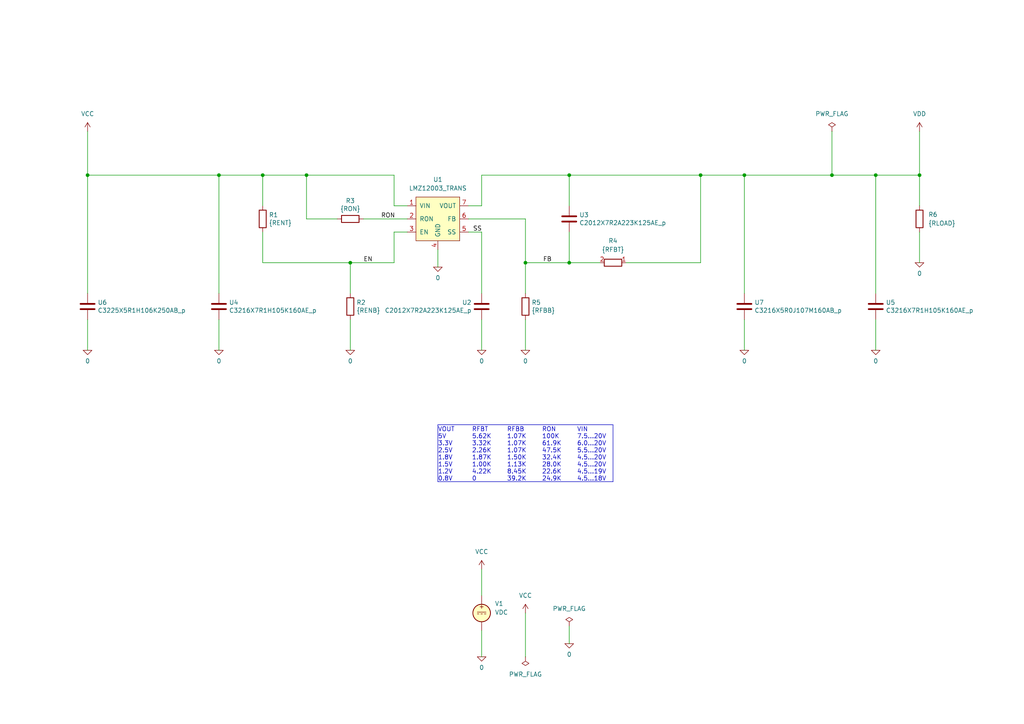
<source format=kicad_sch>
(kicad_sch
	(version 20231120)
	(generator "eeschema")
	(generator_version "8.0")
	(uuid "ad30235a-c400-43fd-b7e4-373fb63b5d7f")
	(paper "A4")
	(title_block
		(title "3A simple switcher power module. 20V maximum input voltage")
		(date "2024-09-12")
		(rev "2")
		(company "astroelectronic@")
		(comment 1 "-")
		(comment 2 "-")
		(comment 3 "-")
		(comment 4 "AE01007123")
	)
	(lib_symbols
		(symbol "LMZ12003:0"
			(power)
			(pin_names
				(offset 0)
			)
			(exclude_from_sim no)
			(in_bom yes)
			(on_board yes)
			(property "Reference" "#GND"
				(at 0 -2.54 0)
				(effects
					(font
						(size 1.27 1.27)
					)
					(hide yes)
				)
			)
			(property "Value" "0"
				(at 0 -1.778 0)
				(effects
					(font
						(size 1.27 1.27)
					)
				)
			)
			(property "Footprint" ""
				(at 0 0 0)
				(effects
					(font
						(size 1.27 1.27)
					)
					(hide yes)
				)
			)
			(property "Datasheet" "~"
				(at 0 0 0)
				(effects
					(font
						(size 1.27 1.27)
					)
					(hide yes)
				)
			)
			(property "Description" "0V reference potential for simulation"
				(at 0 0 0)
				(effects
					(font
						(size 1.27 1.27)
					)
					(hide yes)
				)
			)
			(property "ki_keywords" "simulation"
				(at 0 0 0)
				(effects
					(font
						(size 1.27 1.27)
					)
					(hide yes)
				)
			)
			(symbol "0_0_1"
				(polyline
					(pts
						(xy -1.27 0) (xy 0 -1.27) (xy 1.27 0) (xy -1.27 0)
					)
					(stroke
						(width 0)
						(type default)
					)
					(fill
						(type none)
					)
				)
			)
			(symbol "0_1_1"
				(pin power_in line
					(at 0 0 0)
					(length 0) hide
					(name "0"
						(effects
							(font
								(size 1.016 1.016)
							)
						)
					)
					(number "1"
						(effects
							(font
								(size 1.016 1.016)
							)
						)
					)
				)
			)
		)
		(symbol "LMZ12003:C"
			(pin_numbers hide)
			(pin_names
				(offset 0.254)
			)
			(exclude_from_sim no)
			(in_bom yes)
			(on_board yes)
			(property "Reference" "C"
				(at 0.635 2.54 0)
				(effects
					(font
						(size 1.27 1.27)
					)
					(justify left)
				)
			)
			(property "Value" "C"
				(at 0.635 -2.54 0)
				(effects
					(font
						(size 1.27 1.27)
					)
					(justify left)
				)
			)
			(property "Footprint" ""
				(at 0.9652 -3.81 0)
				(effects
					(font
						(size 1.27 1.27)
					)
					(hide yes)
				)
			)
			(property "Datasheet" "~"
				(at 0 0 0)
				(effects
					(font
						(size 1.27 1.27)
					)
					(hide yes)
				)
			)
			(property "Description" "Unpolarized capacitor"
				(at 0 0 0)
				(effects
					(font
						(size 1.27 1.27)
					)
					(hide yes)
				)
			)
			(property "ki_keywords" "cap capacitor"
				(at 0 0 0)
				(effects
					(font
						(size 1.27 1.27)
					)
					(hide yes)
				)
			)
			(property "ki_fp_filters" "C_*"
				(at 0 0 0)
				(effects
					(font
						(size 1.27 1.27)
					)
					(hide yes)
				)
			)
			(symbol "C_0_1"
				(polyline
					(pts
						(xy -2.032 -0.762) (xy 2.032 -0.762)
					)
					(stroke
						(width 0.508)
						(type default)
					)
					(fill
						(type none)
					)
				)
				(polyline
					(pts
						(xy -2.032 0.762) (xy 2.032 0.762)
					)
					(stroke
						(width 0.508)
						(type default)
					)
					(fill
						(type none)
					)
				)
			)
			(symbol "C_1_1"
				(pin passive line
					(at 0 3.81 270)
					(length 2.794)
					(name "~"
						(effects
							(font
								(size 1.27 1.27)
							)
						)
					)
					(number "1"
						(effects
							(font
								(size 1.27 1.27)
							)
						)
					)
				)
				(pin passive line
					(at 0 -3.81 90)
					(length 2.794)
					(name "~"
						(effects
							(font
								(size 1.27 1.27)
							)
						)
					)
					(number "2"
						(effects
							(font
								(size 1.27 1.27)
							)
						)
					)
				)
			)
		)
		(symbol "LMZ12003:LMZ12003"
			(pin_names
				(offset 1.016)
			)
			(exclude_from_sim no)
			(in_bom yes)
			(on_board yes)
			(property "Reference" "U"
				(at 0 10.16 0)
				(effects
					(font
						(size 1.27 1.27)
					)
				)
			)
			(property "Value" "LMZ12003"
				(at 0 7.62 0)
				(effects
					(font
						(size 1.27 1.27)
					)
				)
			)
			(property "Footprint" ""
				(at -48.26 29.845 0)
				(effects
					(font
						(size 1.27 1.27)
					)
					(hide yes)
				)
			)
			(property "Datasheet" "https://www.ti.com/lit/ds/symlink/lmz12003.pdf"
				(at 0 0 0)
				(effects
					(font
						(size 1.27 1.27)
					)
					(hide yes)
				)
			)
			(property "Description" ""
				(at 0 0 0)
				(effects
					(font
						(size 1.27 1.27)
					)
					(hide yes)
				)
			)
			(symbol "LMZ12003_0_1"
				(rectangle
					(start -6.35 6.35)
					(end 6.35 -6.35)
					(stroke
						(width 0)
						(type default)
					)
					(fill
						(type background)
					)
				)
			)
			(symbol "LMZ12003_1_1"
				(pin passive line
					(at -8.89 3.81 0)
					(length 2.54)
					(name "VIN"
						(effects
							(font
								(size 1.27 1.27)
							)
						)
					)
					(number "1"
						(effects
							(font
								(size 1.27 1.27)
							)
						)
					)
				)
				(pin passive line
					(at -8.89 0 0)
					(length 2.54)
					(name "RON"
						(effects
							(font
								(size 1.27 1.27)
							)
						)
					)
					(number "2"
						(effects
							(font
								(size 1.27 1.27)
							)
						)
					)
				)
				(pin passive line
					(at -8.89 -3.81 0)
					(length 2.54)
					(name "EN"
						(effects
							(font
								(size 1.27 1.27)
							)
						)
					)
					(number "3"
						(effects
							(font
								(size 1.27 1.27)
							)
						)
					)
				)
				(pin passive line
					(at 0 -8.89 90)
					(length 2.54)
					(name "GND"
						(effects
							(font
								(size 1.27 1.27)
							)
						)
					)
					(number "4"
						(effects
							(font
								(size 1.27 1.27)
							)
						)
					)
				)
				(pin passive line
					(at 8.89 -3.81 180)
					(length 2.54)
					(name "SS"
						(effects
							(font
								(size 1.27 1.27)
							)
						)
					)
					(number "5"
						(effects
							(font
								(size 1.27 1.27)
							)
						)
					)
				)
				(pin passive line
					(at 8.89 0 180)
					(length 2.54)
					(name "FB"
						(effects
							(font
								(size 1.27 1.27)
							)
						)
					)
					(number "6"
						(effects
							(font
								(size 1.27 1.27)
							)
						)
					)
				)
				(pin passive line
					(at 8.89 3.81 180)
					(length 2.54)
					(name "VOUT"
						(effects
							(font
								(size 1.27 1.27)
							)
						)
					)
					(number "7"
						(effects
							(font
								(size 1.27 1.27)
							)
						)
					)
				)
			)
		)
		(symbol "LMZ12003:PWR_FLAG"
			(power)
			(pin_numbers hide)
			(pin_names
				(offset 0) hide)
			(exclude_from_sim no)
			(in_bom yes)
			(on_board yes)
			(property "Reference" "#FLG"
				(at 0 1.905 0)
				(effects
					(font
						(size 1.27 1.27)
					)
					(hide yes)
				)
			)
			(property "Value" "PWR_FLAG"
				(at 0 3.81 0)
				(effects
					(font
						(size 1.27 1.27)
					)
				)
			)
			(property "Footprint" ""
				(at 0 0 0)
				(effects
					(font
						(size 1.27 1.27)
					)
					(hide yes)
				)
			)
			(property "Datasheet" "~"
				(at 0 0 0)
				(effects
					(font
						(size 1.27 1.27)
					)
					(hide yes)
				)
			)
			(property "Description" "Special symbol for telling ERC where power comes from"
				(at 0 0 0)
				(effects
					(font
						(size 1.27 1.27)
					)
					(hide yes)
				)
			)
			(property "ki_keywords" "flag power"
				(at 0 0 0)
				(effects
					(font
						(size 1.27 1.27)
					)
					(hide yes)
				)
			)
			(symbol "PWR_FLAG_0_0"
				(pin power_out line
					(at 0 0 90)
					(length 0)
					(name "pwr"
						(effects
							(font
								(size 1.27 1.27)
							)
						)
					)
					(number "1"
						(effects
							(font
								(size 1.27 1.27)
							)
						)
					)
				)
			)
			(symbol "PWR_FLAG_0_1"
				(polyline
					(pts
						(xy 0 0) (xy 0 1.27) (xy -1.016 1.905) (xy 0 2.54) (xy 1.016 1.905) (xy 0 1.27)
					)
					(stroke
						(width 0)
						(type default)
					)
					(fill
						(type none)
					)
				)
			)
		)
		(symbol "LMZ12003:R"
			(pin_numbers hide)
			(pin_names
				(offset 0)
			)
			(exclude_from_sim no)
			(in_bom yes)
			(on_board yes)
			(property "Reference" "R"
				(at 2.032 0 90)
				(effects
					(font
						(size 1.27 1.27)
					)
				)
			)
			(property "Value" "R"
				(at 0 0 90)
				(effects
					(font
						(size 1.27 1.27)
					)
				)
			)
			(property "Footprint" ""
				(at -1.778 0 90)
				(effects
					(font
						(size 1.27 1.27)
					)
					(hide yes)
				)
			)
			(property "Datasheet" "~"
				(at 0 0 0)
				(effects
					(font
						(size 1.27 1.27)
					)
					(hide yes)
				)
			)
			(property "Description" "Resistor"
				(at 0 0 0)
				(effects
					(font
						(size 1.27 1.27)
					)
					(hide yes)
				)
			)
			(property "ki_keywords" "R res resistor"
				(at 0 0 0)
				(effects
					(font
						(size 1.27 1.27)
					)
					(hide yes)
				)
			)
			(property "ki_fp_filters" "R_*"
				(at 0 0 0)
				(effects
					(font
						(size 1.27 1.27)
					)
					(hide yes)
				)
			)
			(symbol "R_0_1"
				(rectangle
					(start -1.016 -2.54)
					(end 1.016 2.54)
					(stroke
						(width 0.254)
						(type default)
					)
					(fill
						(type none)
					)
				)
			)
			(symbol "R_1_1"
				(pin passive line
					(at 0 3.81 270)
					(length 1.27)
					(name "~"
						(effects
							(font
								(size 1.27 1.27)
							)
						)
					)
					(number "1"
						(effects
							(font
								(size 1.27 1.27)
							)
						)
					)
				)
				(pin passive line
					(at 0 -3.81 90)
					(length 1.27)
					(name "~"
						(effects
							(font
								(size 1.27 1.27)
							)
						)
					)
					(number "2"
						(effects
							(font
								(size 1.27 1.27)
							)
						)
					)
				)
			)
		)
		(symbol "LMZ12003:VCC"
			(power)
			(pin_names
				(offset 0)
			)
			(exclude_from_sim no)
			(in_bom yes)
			(on_board yes)
			(property "Reference" "#PWR"
				(at 0 -3.81 0)
				(effects
					(font
						(size 1.27 1.27)
					)
					(hide yes)
				)
			)
			(property "Value" "VCC"
				(at 0 3.81 0)
				(effects
					(font
						(size 1.27 1.27)
					)
				)
			)
			(property "Footprint" ""
				(at 0 0 0)
				(effects
					(font
						(size 1.27 1.27)
					)
					(hide yes)
				)
			)
			(property "Datasheet" ""
				(at 0 0 0)
				(effects
					(font
						(size 1.27 1.27)
					)
					(hide yes)
				)
			)
			(property "Description" "Power symbol creates a global label with name \"VCC\""
				(at 0 0 0)
				(effects
					(font
						(size 1.27 1.27)
					)
					(hide yes)
				)
			)
			(property "ki_keywords" "global power"
				(at 0 0 0)
				(effects
					(font
						(size 1.27 1.27)
					)
					(hide yes)
				)
			)
			(symbol "VCC_0_1"
				(polyline
					(pts
						(xy -0.762 1.27) (xy 0 2.54)
					)
					(stroke
						(width 0)
						(type default)
					)
					(fill
						(type none)
					)
				)
				(polyline
					(pts
						(xy 0 0) (xy 0 2.54)
					)
					(stroke
						(width 0)
						(type default)
					)
					(fill
						(type none)
					)
				)
				(polyline
					(pts
						(xy 0 2.54) (xy 0.762 1.27)
					)
					(stroke
						(width 0)
						(type default)
					)
					(fill
						(type none)
					)
				)
			)
			(symbol "VCC_1_1"
				(pin power_in line
					(at 0 0 90)
					(length 0) hide
					(name "VCC"
						(effects
							(font
								(size 1.27 1.27)
							)
						)
					)
					(number "1"
						(effects
							(font
								(size 1.27 1.27)
							)
						)
					)
				)
			)
		)
		(symbol "LMZ12003:VDC"
			(pin_numbers hide)
			(pin_names
				(offset 0.0254)
			)
			(exclude_from_sim no)
			(in_bom yes)
			(on_board yes)
			(property "Reference" "V"
				(at 2.54 2.54 0)
				(effects
					(font
						(size 1.27 1.27)
					)
					(justify left)
				)
			)
			(property "Value" "1"
				(at 2.54 0 0)
				(effects
					(font
						(size 1.27 1.27)
					)
					(justify left)
				)
			)
			(property "Footprint" ""
				(at 0 0 0)
				(effects
					(font
						(size 1.27 1.27)
					)
					(hide yes)
				)
			)
			(property "Datasheet" "~"
				(at 0 0 0)
				(effects
					(font
						(size 1.27 1.27)
					)
					(hide yes)
				)
			)
			(property "Description" "Voltage source, DC"
				(at 0 0 0)
				(effects
					(font
						(size 1.27 1.27)
					)
					(hide yes)
				)
			)
			(property "Sim.Pins" "1=+ 2=-"
				(at 0 0 0)
				(effects
					(font
						(size 1.27 1.27)
					)
					(hide yes)
				)
			)
			(property "Sim.Type" "DC"
				(at 0 0 0)
				(effects
					(font
						(size 1.27 1.27)
					)
					(hide yes)
				)
			)
			(property "Sim.Device" "V"
				(at 0 0 0)
				(effects
					(font
						(size 1.27 1.27)
					)
					(justify left)
					(hide yes)
				)
			)
			(property "Spice_Netlist_Enabled" "Y"
				(at 0 0 0)
				(effects
					(font
						(size 1.27 1.27)
					)
					(justify left)
					(hide yes)
				)
			)
			(property "ki_keywords" "simulation"
				(at 0 0 0)
				(effects
					(font
						(size 1.27 1.27)
					)
					(hide yes)
				)
			)
			(symbol "VDC_0_0"
				(polyline
					(pts
						(xy -1.27 0.254) (xy 1.27 0.254)
					)
					(stroke
						(width 0)
						(type default)
					)
					(fill
						(type none)
					)
				)
				(polyline
					(pts
						(xy -0.762 -0.254) (xy -1.27 -0.254)
					)
					(stroke
						(width 0)
						(type default)
					)
					(fill
						(type none)
					)
				)
				(polyline
					(pts
						(xy 0.254 -0.254) (xy -0.254 -0.254)
					)
					(stroke
						(width 0)
						(type default)
					)
					(fill
						(type none)
					)
				)
				(polyline
					(pts
						(xy 1.27 -0.254) (xy 0.762 -0.254)
					)
					(stroke
						(width 0)
						(type default)
					)
					(fill
						(type none)
					)
				)
				(text "+"
					(at 0 1.905 0)
					(effects
						(font
							(size 1.27 1.27)
						)
					)
				)
			)
			(symbol "VDC_0_1"
				(circle
					(center 0 0)
					(radius 2.54)
					(stroke
						(width 0.254)
						(type default)
					)
					(fill
						(type background)
					)
				)
			)
			(symbol "VDC_1_1"
				(pin passive line
					(at 0 5.08 270)
					(length 2.54)
					(name "~"
						(effects
							(font
								(size 1.27 1.27)
							)
						)
					)
					(number "1"
						(effects
							(font
								(size 1.27 1.27)
							)
						)
					)
				)
				(pin passive line
					(at 0 -5.08 90)
					(length 2.54)
					(name "~"
						(effects
							(font
								(size 1.27 1.27)
							)
						)
					)
					(number "2"
						(effects
							(font
								(size 1.27 1.27)
							)
						)
					)
				)
			)
		)
		(symbol "LMZ12003:VDD"
			(power)
			(pin_names
				(offset 0)
			)
			(exclude_from_sim no)
			(in_bom yes)
			(on_board yes)
			(property "Reference" "#PWR"
				(at 0 -3.81 0)
				(effects
					(font
						(size 1.27 1.27)
					)
					(hide yes)
				)
			)
			(property "Value" "VDD"
				(at 0 3.81 0)
				(effects
					(font
						(size 1.27 1.27)
					)
				)
			)
			(property "Footprint" ""
				(at 0 0 0)
				(effects
					(font
						(size 1.27 1.27)
					)
					(hide yes)
				)
			)
			(property "Datasheet" ""
				(at 0 0 0)
				(effects
					(font
						(size 1.27 1.27)
					)
					(hide yes)
				)
			)
			(property "Description" "Power symbol creates a global label with name \"VDD\""
				(at 0 0 0)
				(effects
					(font
						(size 1.27 1.27)
					)
					(hide yes)
				)
			)
			(property "ki_keywords" "global power"
				(at 0 0 0)
				(effects
					(font
						(size 1.27 1.27)
					)
					(hide yes)
				)
			)
			(symbol "VDD_0_1"
				(polyline
					(pts
						(xy -0.762 1.27) (xy 0 2.54)
					)
					(stroke
						(width 0)
						(type default)
					)
					(fill
						(type none)
					)
				)
				(polyline
					(pts
						(xy 0 0) (xy 0 2.54)
					)
					(stroke
						(width 0)
						(type default)
					)
					(fill
						(type none)
					)
				)
				(polyline
					(pts
						(xy 0 2.54) (xy 0.762 1.27)
					)
					(stroke
						(width 0)
						(type default)
					)
					(fill
						(type none)
					)
				)
			)
			(symbol "VDD_1_1"
				(pin power_in line
					(at 0 0 90)
					(length 0) hide
					(name "VDD"
						(effects
							(font
								(size 1.27 1.27)
							)
						)
					)
					(number "1"
						(effects
							(font
								(size 1.27 1.27)
							)
						)
					)
				)
			)
		)
		(symbol "R_1"
			(pin_names
				(offset 0) hide)
			(exclude_from_sim no)
			(in_bom yes)
			(on_board yes)
			(property "Reference" "R"
				(at 2.032 0 90)
				(effects
					(font
						(size 1.27 1.27)
					)
				)
			)
			(property "Value" "R_1"
				(at 0 0 90)
				(effects
					(font
						(size 1.27 1.27)
					)
				)
			)
			(property "Footprint" ""
				(at -1.778 0 90)
				(effects
					(font
						(size 1.27 1.27)
					)
					(hide yes)
				)
			)
			(property "Datasheet" "~"
				(at 0 0 0)
				(effects
					(font
						(size 1.27 1.27)
					)
					(hide yes)
				)
			)
			(property "Description" "Resistor"
				(at 0 0 0)
				(effects
					(font
						(size 1.27 1.27)
					)
					(hide yes)
				)
			)
			(property "ki_keywords" "R res resistor"
				(at 0 0 0)
				(effects
					(font
						(size 1.27 1.27)
					)
					(hide yes)
				)
			)
			(property "ki_fp_filters" "R_*"
				(at 0 0 0)
				(effects
					(font
						(size 1.27 1.27)
					)
					(hide yes)
				)
			)
			(symbol "R_1_0_1"
				(rectangle
					(start -1.016 -2.54)
					(end 1.016 2.54)
					(stroke
						(width 0.254)
						(type default)
					)
					(fill
						(type none)
					)
				)
			)
			(symbol "R_1_1_1"
				(pin passive line
					(at 0 3.81 270)
					(length 1.27)
					(name "~"
						(effects
							(font
								(size 1.27 1.27)
							)
						)
					)
					(number "1"
						(effects
							(font
								(size 1.27 1.27)
							)
						)
					)
				)
				(pin passive line
					(at 0 -3.81 90)
					(length 1.27)
					(name "~"
						(effects
							(font
								(size 1.27 1.27)
							)
						)
					)
					(number "2"
						(effects
							(font
								(size 1.27 1.27)
							)
						)
					)
				)
			)
		)
	)
	(junction
		(at 215.9 50.8)
		(diameter 0)
		(color 0 0 0 0)
		(uuid "04bac54b-c27f-47ca-859e-9da34c25f17b")
	)
	(junction
		(at 76.2 50.8)
		(diameter 0)
		(color 0 0 0 0)
		(uuid "1c97f781-4fb2-4c9b-8dd8-3c56dbb98674")
	)
	(junction
		(at 266.7 50.8)
		(diameter 0)
		(color 0 0 0 0)
		(uuid "3c6d1908-1807-4c09-9004-8eb560742aa9")
	)
	(junction
		(at 165.1 50.8)
		(diameter 0)
		(color 0 0 0 0)
		(uuid "4316ac92-5c6b-4705-a435-b89343880cd6")
	)
	(junction
		(at 165.1 76.2)
		(diameter 0)
		(color 0 0 0 0)
		(uuid "4c9cabf7-ad46-4e0e-927d-9ac8dfbaf4b9")
	)
	(junction
		(at 241.3 50.8)
		(diameter 0)
		(color 0 0 0 0)
		(uuid "60eafed4-ac8c-4568-a930-02f0f8ed2ed9")
	)
	(junction
		(at 152.4 76.2)
		(diameter 0)
		(color 0 0 0 0)
		(uuid "69f973c9-ce7b-4c35-acc7-82bbf12ad00a")
	)
	(junction
		(at 63.5 50.8)
		(diameter 0)
		(color 0 0 0 0)
		(uuid "6b791488-9cb9-4511-bc73-d3c4e494b5d7")
	)
	(junction
		(at 25.4 50.8)
		(diameter 0)
		(color 0 0 0 0)
		(uuid "99b3530e-2e79-4e11-ae34-6b48fd038d09")
	)
	(junction
		(at 254 50.8)
		(diameter 0)
		(color 0 0 0 0)
		(uuid "ba7ce663-2a3b-4e89-be40-a3b048fe16e2")
	)
	(junction
		(at 88.9 50.8)
		(diameter 0)
		(color 0 0 0 0)
		(uuid "ba9c2a64-3df5-42c2-b100-a3018c8be6b4")
	)
	(junction
		(at 203.2 50.8)
		(diameter 0)
		(color 0 0 0 0)
		(uuid "c8053ec9-259c-400a-8dae-22685d98a023")
	)
	(junction
		(at 101.6 76.2)
		(diameter 0)
		(color 0 0 0 0)
		(uuid "dd72aea1-fcd0-4117-9447-9e662058132f")
	)
	(wire
		(pts
			(xy 165.1 67.31) (xy 165.1 76.2)
		)
		(stroke
			(width 0)
			(type default)
		)
		(uuid "01f22b34-eb39-4acc-8028-762a381fa0f2")
	)
	(wire
		(pts
			(xy 266.7 50.8) (xy 266.7 59.69)
		)
		(stroke
			(width 0)
			(type default)
		)
		(uuid "048ff0a7-bc90-4945-9d34-7ec481e8fb59")
	)
	(polyline
		(pts
			(xy 127 139.7) (xy 177.8 139.7)
		)
		(stroke
			(width 0)
			(type solid)
		)
		(uuid "0865ccd6-011e-4a5d-91a6-09855b582ddb")
	)
	(wire
		(pts
			(xy 203.2 50.8) (xy 215.9 50.8)
		)
		(stroke
			(width 0)
			(type default)
		)
		(uuid "0b9a6883-7fdd-498f-9e1a-e8e9760087f3")
	)
	(polyline
		(pts
			(xy 177.8 123.19) (xy 127 123.19)
		)
		(stroke
			(width 0)
			(type solid)
		)
		(uuid "11f7739c-f9e6-48cd-9250-f58fa3671186")
	)
	(wire
		(pts
			(xy 118.11 67.31) (xy 114.3 67.31)
		)
		(stroke
			(width 0)
			(type default)
		)
		(uuid "16a8c357-ec30-4db1-839d-f2216fb1a62e")
	)
	(wire
		(pts
			(xy 101.6 76.2) (xy 114.3 76.2)
		)
		(stroke
			(width 0)
			(type default)
		)
		(uuid "1b99fddd-f973-4d9c-94c6-e1cf49d725c5")
	)
	(wire
		(pts
			(xy 63.5 50.8) (xy 63.5 85.09)
		)
		(stroke
			(width 0)
			(type default)
		)
		(uuid "1cb82e31-ccf0-4358-b1d5-d022116a8bd9")
	)
	(wire
		(pts
			(xy 152.4 177.8) (xy 152.4 190.5)
		)
		(stroke
			(width 0)
			(type default)
		)
		(uuid "1fdf366c-7142-4d7b-9bac-d223ca728b65")
	)
	(wire
		(pts
			(xy 76.2 59.69) (xy 76.2 50.8)
		)
		(stroke
			(width 0)
			(type default)
		)
		(uuid "2c7af855-0a2e-4f7f-8982-892ce3437b7a")
	)
	(wire
		(pts
			(xy 63.5 92.71) (xy 63.5 101.6)
		)
		(stroke
			(width 0)
			(type default)
		)
		(uuid "2d370066-d2fb-4eeb-aa14-152291148288")
	)
	(wire
		(pts
			(xy 76.2 67.31) (xy 76.2 76.2)
		)
		(stroke
			(width 0)
			(type default)
		)
		(uuid "38316ae5-5c67-4bf6-881f-de90503e3e87")
	)
	(wire
		(pts
			(xy 25.4 38.1) (xy 25.4 50.8)
		)
		(stroke
			(width 0)
			(type default)
		)
		(uuid "3d97fbf1-c986-4610-9aa3-1239a1e8bed6")
	)
	(wire
		(pts
			(xy 254 50.8) (xy 266.7 50.8)
		)
		(stroke
			(width 0)
			(type default)
		)
		(uuid "44828c72-2ca4-41c6-9037-35f4c11dc6a5")
	)
	(wire
		(pts
			(xy 215.9 92.71) (xy 215.9 101.6)
		)
		(stroke
			(width 0)
			(type default)
		)
		(uuid "46e1822f-9da7-46f4-930d-aa9c9cfbf496")
	)
	(wire
		(pts
			(xy 241.3 50.8) (xy 254 50.8)
		)
		(stroke
			(width 0)
			(type default)
		)
		(uuid "4e7fe5b1-c6f5-487f-8535-e7898abf6549")
	)
	(wire
		(pts
			(xy 266.7 67.31) (xy 266.7 76.2)
		)
		(stroke
			(width 0)
			(type default)
		)
		(uuid "50d4c1c1-c814-4d47-a2fe-ee522da32143")
	)
	(polyline
		(pts
			(xy 127 123.19) (xy 127 139.7)
		)
		(stroke
			(width 0)
			(type solid)
		)
		(uuid "51dea6bd-6d65-433d-b97e-aea6afa60a09")
	)
	(wire
		(pts
			(xy 165.1 181.61) (xy 165.1 186.69)
		)
		(stroke
			(width 0)
			(type default)
		)
		(uuid "5b674c71-3d7e-4d3d-ace8-7f96c46290da")
	)
	(wire
		(pts
			(xy 181.61 76.2) (xy 203.2 76.2)
		)
		(stroke
			(width 0)
			(type default)
		)
		(uuid "61b3c1d2-b983-48ff-8ee2-44d086ca3fe2")
	)
	(wire
		(pts
			(xy 139.7 59.69) (xy 139.7 50.8)
		)
		(stroke
			(width 0)
			(type default)
		)
		(uuid "67c5508e-d195-44ad-a085-b6141d31bdd7")
	)
	(wire
		(pts
			(xy 165.1 76.2) (xy 173.99 76.2)
		)
		(stroke
			(width 0)
			(type default)
		)
		(uuid "6ccf9f47-9aac-491e-a2ec-d3ca7f790dc9")
	)
	(wire
		(pts
			(xy 215.9 50.8) (xy 241.3 50.8)
		)
		(stroke
			(width 0)
			(type default)
		)
		(uuid "6e96db1c-92bf-4c58-8279-7813ca9cd539")
	)
	(wire
		(pts
			(xy 139.7 67.31) (xy 139.7 85.09)
		)
		(stroke
			(width 0)
			(type default)
		)
		(uuid "71d6a700-1f42-4c05-bbf5-e7f22914677e")
	)
	(wire
		(pts
			(xy 114.3 67.31) (xy 114.3 76.2)
		)
		(stroke
			(width 0)
			(type default)
		)
		(uuid "751d7d13-b350-41fc-8fb5-dc44b6981c83")
	)
	(wire
		(pts
			(xy 241.3 38.1) (xy 241.3 50.8)
		)
		(stroke
			(width 0)
			(type default)
		)
		(uuid "7a91a8fc-0edd-4a9b-bad8-9e6de5fe36f0")
	)
	(wire
		(pts
			(xy 25.4 50.8) (xy 25.4 85.09)
		)
		(stroke
			(width 0)
			(type default)
		)
		(uuid "7f8dff7d-3584-4850-aada-0dff6df2f5ee")
	)
	(wire
		(pts
			(xy 76.2 50.8) (xy 88.9 50.8)
		)
		(stroke
			(width 0)
			(type default)
		)
		(uuid "81b1c18f-7826-43d1-85e6-d76ea6946eac")
	)
	(wire
		(pts
			(xy 118.11 59.69) (xy 114.3 59.69)
		)
		(stroke
			(width 0)
			(type default)
		)
		(uuid "83a52760-c4a9-44ec-a969-70cb21e179a5")
	)
	(wire
		(pts
			(xy 135.89 59.69) (xy 139.7 59.69)
		)
		(stroke
			(width 0)
			(type default)
		)
		(uuid "854c4603-c874-4cb9-aa01-7ae9e24928cb")
	)
	(wire
		(pts
			(xy 254 92.71) (xy 254 101.6)
		)
		(stroke
			(width 0)
			(type default)
		)
		(uuid "86e9e9e3-1eaa-4cac-ad6b-dd945bd6a401")
	)
	(wire
		(pts
			(xy 127 72.39) (xy 127 77.47)
		)
		(stroke
			(width 0)
			(type default)
		)
		(uuid "8f07996a-1c71-4b94-b335-188f2dc1c1df")
	)
	(wire
		(pts
			(xy 266.7 38.1) (xy 266.7 50.8)
		)
		(stroke
			(width 0)
			(type default)
		)
		(uuid "95057823-0fd8-423b-a01a-a1a7991bb57d")
	)
	(wire
		(pts
			(xy 215.9 50.8) (xy 215.9 85.09)
		)
		(stroke
			(width 0)
			(type default)
		)
		(uuid "963439d9-5474-452e-bfaf-93c5fecd1119")
	)
	(wire
		(pts
			(xy 135.89 63.5) (xy 152.4 63.5)
		)
		(stroke
			(width 0)
			(type default)
		)
		(uuid "9b413d6a-7d0c-4e27-a3dd-d2205b5a3ab4")
	)
	(wire
		(pts
			(xy 25.4 50.8) (xy 63.5 50.8)
		)
		(stroke
			(width 0)
			(type default)
		)
		(uuid "9d16ee4e-ba2f-4e5b-87b1-9987b8151a5b")
	)
	(polyline
		(pts
			(xy 177.8 139.7) (xy 177.8 123.19)
		)
		(stroke
			(width 0)
			(type solid)
		)
		(uuid "a39d8d06-55c1-4db2-8e3c-4b6843755863")
	)
	(wire
		(pts
			(xy 76.2 76.2) (xy 101.6 76.2)
		)
		(stroke
			(width 0)
			(type default)
		)
		(uuid "ab76b3be-4be0-40f1-aaba-079ffdb3e34c")
	)
	(wire
		(pts
			(xy 165.1 50.8) (xy 203.2 50.8)
		)
		(stroke
			(width 0)
			(type default)
		)
		(uuid "b09ef9de-e6d3-4ac5-afab-fb0cd18c8a40")
	)
	(wire
		(pts
			(xy 25.4 92.71) (xy 25.4 101.6)
		)
		(stroke
			(width 0)
			(type default)
		)
		(uuid "b1b28d72-406b-49be-bd8d-91f67f662ac2")
	)
	(wire
		(pts
			(xy 101.6 76.2) (xy 101.6 85.09)
		)
		(stroke
			(width 0)
			(type default)
		)
		(uuid "c0c2e380-f1bc-4531-8caf-2d70efa1d0a2")
	)
	(wire
		(pts
			(xy 254 50.8) (xy 254 85.09)
		)
		(stroke
			(width 0)
			(type default)
		)
		(uuid "c3018ca2-f612-4e9b-8540-e22d76ee4994")
	)
	(wire
		(pts
			(xy 139.7 182.88) (xy 139.7 190.5)
		)
		(stroke
			(width 0)
			(type default)
		)
		(uuid "c9870658-b1de-4969-b281-8ab199dbf9df")
	)
	(wire
		(pts
			(xy 88.9 63.5) (xy 97.79 63.5)
		)
		(stroke
			(width 0)
			(type default)
		)
		(uuid "d4b6e575-70b4-4c0a-b008-5f3e33cf153a")
	)
	(wire
		(pts
			(xy 165.1 50.8) (xy 165.1 59.69)
		)
		(stroke
			(width 0)
			(type default)
		)
		(uuid "d7548414-8043-40ec-b37a-a053f00b1a7d")
	)
	(wire
		(pts
			(xy 139.7 50.8) (xy 165.1 50.8)
		)
		(stroke
			(width 0)
			(type default)
		)
		(uuid "d9a3a821-6b74-4fb5-9b36-9038029c6ab7")
	)
	(wire
		(pts
			(xy 152.4 76.2) (xy 165.1 76.2)
		)
		(stroke
			(width 0)
			(type default)
		)
		(uuid "dc0e5749-df65-47b1-9af6-e4dc3c2f26e9")
	)
	(wire
		(pts
			(xy 152.4 76.2) (xy 152.4 85.09)
		)
		(stroke
			(width 0)
			(type default)
		)
		(uuid "e543e252-f2ff-426f-9e37-06a390ebf43f")
	)
	(wire
		(pts
			(xy 88.9 50.8) (xy 88.9 63.5)
		)
		(stroke
			(width 0)
			(type default)
		)
		(uuid "ea4a4767-25b4-40f9-aa31-ae21627b18bd")
	)
	(wire
		(pts
			(xy 135.89 67.31) (xy 139.7 67.31)
		)
		(stroke
			(width 0)
			(type default)
		)
		(uuid "ea9abbfd-5f8a-457f-aa45-fda0de7290c4")
	)
	(wire
		(pts
			(xy 139.7 165.1) (xy 139.7 172.72)
		)
		(stroke
			(width 0)
			(type default)
		)
		(uuid "ea9d7626-8fae-4a36-ae0b-f0f269c404ee")
	)
	(wire
		(pts
			(xy 152.4 63.5) (xy 152.4 76.2)
		)
		(stroke
			(width 0)
			(type default)
		)
		(uuid "ebd706fa-340e-4309-8f66-6ea4499a09a4")
	)
	(wire
		(pts
			(xy 88.9 50.8) (xy 114.3 50.8)
		)
		(stroke
			(width 0)
			(type default)
		)
		(uuid "ed5638b1-fd25-442f-b904-72e21fc1a77f")
	)
	(wire
		(pts
			(xy 114.3 59.69) (xy 114.3 50.8)
		)
		(stroke
			(width 0)
			(type default)
		)
		(uuid "ee070554-ce35-4512-85a9-48027f226513")
	)
	(wire
		(pts
			(xy 63.5 50.8) (xy 76.2 50.8)
		)
		(stroke
			(width 0)
			(type default)
		)
		(uuid "ee16c77b-36c0-4b81-955e-465475a617c7")
	)
	(wire
		(pts
			(xy 203.2 50.8) (xy 203.2 76.2)
		)
		(stroke
			(width 0)
			(type default)
		)
		(uuid "ef36d768-cc0e-450b-a816-1538397fbfea")
	)
	(wire
		(pts
			(xy 101.6 92.71) (xy 101.6 101.6)
		)
		(stroke
			(width 0)
			(type default)
		)
		(uuid "ef5b1513-4ddd-4f7c-b1fb-06bc34c63b58")
	)
	(wire
		(pts
			(xy 139.7 92.71) (xy 139.7 101.6)
		)
		(stroke
			(width 0)
			(type default)
		)
		(uuid "f0beca24-c9ef-4e5f-9ee1-6ee43f8cc838")
	)
	(wire
		(pts
			(xy 105.41 63.5) (xy 118.11 63.5)
		)
		(stroke
			(width 0)
			(type default)
		)
		(uuid "f8fa98ba-2f8c-4f9a-a9c7-15960e986057")
	)
	(wire
		(pts
			(xy 152.4 92.71) (xy 152.4 101.6)
		)
		(stroke
			(width 0)
			(type default)
		)
		(uuid "f9e451b6-b856-404d-a85e-110fd94180f8")
	)
	(text "VOUT	RFBT	RFBB	RON		VIN\n5V		5.62K	1.07K	100K	7.5...20V\n3.3V	3.32K	1.07K	61.9K	6.0...20V\n2.5V	2.26K	1.07K	47.5K	5.5...20V\n1.8V	1.87K	1.50K	32.4K	4.5...20V\n1.5V	1.00K	1.13K	28.0K	4.5...20V\n1.2V	4.22K	8.45K	22.6K	4.5...19V\n0.8V	0		39.2K	24.9K	4.5...18V"
		(exclude_from_sim no)
		(at 127 139.7 0)
		(effects
			(font
				(size 1.27 1.27)
			)
			(justify left bottom)
		)
		(uuid "4a046fdc-67e8-4850-a8f9-5eea91c49171")
	)
	(label "EN"
		(at 105.41 76.2 0)
		(fields_autoplaced yes)
		(effects
			(font
				(size 1.27 1.27)
			)
			(justify left bottom)
		)
		(uuid "50e55927-5293-4d70-904d-0db5e749f6b0")
	)
	(label "FB"
		(at 157.48 76.2 0)
		(fields_autoplaced yes)
		(effects
			(font
				(size 1.27 1.27)
			)
			(justify left bottom)
		)
		(uuid "ac3b73e7-55a8-45e5-8b7c-20d5f4a11433")
	)
	(label "RON"
		(at 110.49 63.5 0)
		(fields_autoplaced yes)
		(effects
			(font
				(size 1.27 1.27)
			)
			(justify left bottom)
		)
		(uuid "bbac2ad8-2e31-4aed-b8f9-bbbc73dd66b7")
	)
	(label "SS"
		(at 137.16 67.31 0)
		(fields_autoplaced yes)
		(effects
			(font
				(size 1.27 1.27)
			)
			(justify left bottom)
		)
		(uuid "c4e213ba-878e-480e-867e-a4bed4d0e67d")
	)
	(symbol
		(lib_id "LMZ12003:0")
		(at 127 77.47 0)
		(unit 1)
		(exclude_from_sim no)
		(in_bom yes)
		(on_board yes)
		(dnp no)
		(uuid "00000000-0000-0000-0000-00005e9a7261")
		(property "Reference" "#GND05"
			(at 127 80.01 0)
			(effects
				(font
					(size 1.27 1.27)
				)
				(hide yes)
			)
		)
		(property "Value" "0"
			(at 127 80.5942 0)
			(effects
				(font
					(size 1.27 1.27)
				)
			)
		)
		(property "Footprint" ""
			(at 127 77.47 0)
			(effects
				(font
					(size 1.27 1.27)
				)
				(hide yes)
			)
		)
		(property "Datasheet" "~"
			(at 127 77.47 0)
			(effects
				(font
					(size 1.27 1.27)
				)
				(hide yes)
			)
		)
		(property "Description" ""
			(at 127 77.47 0)
			(effects
				(font
					(size 1.27 1.27)
				)
				(hide yes)
			)
		)
		(pin "1"
			(uuid "ed10198b-a1c2-4901-b051-f03c129914ea")
		)
		(instances
			(project ""
				(path "/ad30235a-c400-43fd-b7e4-373fb63b5d7f"
					(reference "#GND05")
					(unit 1)
				)
			)
		)
	)
	(symbol
		(lib_id "LMZ12003:C")
		(at 25.4 88.9 0)
		(unit 1)
		(exclude_from_sim no)
		(in_bom yes)
		(on_board yes)
		(dnp no)
		(uuid "00000000-0000-0000-0000-00005e9a75a3")
		(property "Reference" "U6"
			(at 28.321 87.7316 0)
			(effects
				(font
					(size 1.27 1.27)
				)
				(justify left)
			)
		)
		(property "Value" "C3225X5R1H106K250AB_p"
			(at 28.321 90.043 0)
			(effects
				(font
					(size 1.27 1.27)
				)
				(justify left)
			)
		)
		(property "Footprint" ""
			(at 26.3652 92.71 0)
			(effects
				(font
					(size 1.27 1.27)
				)
				(hide yes)
			)
		)
		(property "Datasheet" "~"
			(at 25.4 88.9 0)
			(effects
				(font
					(size 1.27 1.27)
				)
				(hide yes)
			)
		)
		(property "Description" ""
			(at 25.4 88.9 0)
			(effects
				(font
					(size 1.27 1.27)
				)
				(hide yes)
			)
		)
		(property "Sim.Device" "SUBCKT"
			(at 25.4 88.9 0)
			(effects
				(font
					(size 1.27 1.27)
				)
				(hide yes)
			)
		)
		(property "Sim.Pins" "1=n1 2=n2"
			(at 0 0 0)
			(effects
				(font
					(size 1.27 1.27)
				)
				(hide yes)
			)
		)
		(property "Sim.Library" "_models\\C3225X5R1H106K250AB_p.mod"
			(at 25.4 88.9 0)
			(effects
				(font
					(size 1.27 1.27)
				)
				(hide yes)
			)
		)
		(property "Sim.Name" "C3225X5R1H106K250AB_p"
			(at 25.4 88.9 0)
			(effects
				(font
					(size 1.27 1.27)
				)
				(hide yes)
			)
		)
		(pin "1"
			(uuid "a4be775d-7648-4eed-97f5-a86a5eb82c28")
		)
		(pin "2"
			(uuid "53fe8e5d-185c-4c8d-971e-42e36f9f2ab9")
		)
		(instances
			(project ""
				(path "/ad30235a-c400-43fd-b7e4-373fb63b5d7f"
					(reference "U6")
					(unit 1)
				)
			)
		)
	)
	(symbol
		(lib_id "LMZ12003:0")
		(at 25.4 101.6 0)
		(unit 1)
		(exclude_from_sim no)
		(in_bom yes)
		(on_board yes)
		(dnp no)
		(uuid "00000000-0000-0000-0000-00005e9a7b6b")
		(property "Reference" "#GND02"
			(at 25.4 104.14 0)
			(effects
				(font
					(size 1.27 1.27)
				)
				(hide yes)
			)
		)
		(property "Value" "0"
			(at 25.4 104.7242 0)
			(effects
				(font
					(size 1.27 1.27)
				)
			)
		)
		(property "Footprint" ""
			(at 25.4 101.6 0)
			(effects
				(font
					(size 1.27 1.27)
				)
				(hide yes)
			)
		)
		(property "Datasheet" "~"
			(at 25.4 101.6 0)
			(effects
				(font
					(size 1.27 1.27)
				)
				(hide yes)
			)
		)
		(property "Description" ""
			(at 25.4 101.6 0)
			(effects
				(font
					(size 1.27 1.27)
				)
				(hide yes)
			)
		)
		(pin "1"
			(uuid "fd615246-cfd4-4fb1-bf64-21506a6d2dcc")
		)
		(instances
			(project ""
				(path "/ad30235a-c400-43fd-b7e4-373fb63b5d7f"
					(reference "#GND02")
					(unit 1)
				)
			)
		)
	)
	(symbol
		(lib_id "LMZ12003:C")
		(at 63.5 88.9 0)
		(unit 1)
		(exclude_from_sim no)
		(in_bom yes)
		(on_board yes)
		(dnp no)
		(uuid "00000000-0000-0000-0000-00005e9a81c2")
		(property "Reference" "U4"
			(at 66.421 87.7316 0)
			(effects
				(font
					(size 1.27 1.27)
				)
				(justify left)
			)
		)
		(property "Value" "C3216X7R1H105K160AE_p"
			(at 66.421 90.043 0)
			(effects
				(font
					(size 1.27 1.27)
				)
				(justify left)
			)
		)
		(property "Footprint" ""
			(at 64.4652 92.71 0)
			(effects
				(font
					(size 1.27 1.27)
				)
				(hide yes)
			)
		)
		(property "Datasheet" "~"
			(at 63.5 88.9 0)
			(effects
				(font
					(size 1.27 1.27)
				)
				(hide yes)
			)
		)
		(property "Description" ""
			(at 63.5 88.9 0)
			(effects
				(font
					(size 1.27 1.27)
				)
				(hide yes)
			)
		)
		(property "Sim.Device" "SUBCKT"
			(at 63.5 88.9 0)
			(effects
				(font
					(size 1.27 1.27)
				)
				(hide yes)
			)
		)
		(property "Sim.Pins" "1=n1 2=n2"
			(at 0 0 0)
			(effects
				(font
					(size 1.27 1.27)
				)
				(hide yes)
			)
		)
		(property "Sim.Library" "_models\\C3216X7R1H105K160AE_p.mod"
			(at 63.5 88.9 0)
			(effects
				(font
					(size 1.27 1.27)
				)
				(hide yes)
			)
		)
		(property "Sim.Name" "C3216X7R1H105K160AE_p"
			(at 63.5 88.9 0)
			(effects
				(font
					(size 1.27 1.27)
				)
				(hide yes)
			)
		)
		(pin "1"
			(uuid "e7fe99bf-c35b-4a7d-9744-7f96a7891721")
		)
		(pin "2"
			(uuid "19686ae0-ab1e-46f3-9dab-65e6c01771b1")
		)
		(instances
			(project ""
				(path "/ad30235a-c400-43fd-b7e4-373fb63b5d7f"
					(reference "U4")
					(unit 1)
				)
			)
		)
	)
	(symbol
		(lib_id "LMZ12003:0")
		(at 63.5 101.6 0)
		(unit 1)
		(exclude_from_sim no)
		(in_bom yes)
		(on_board yes)
		(dnp no)
		(uuid "00000000-0000-0000-0000-00005e9a8dfe")
		(property "Reference" "#GND03"
			(at 63.5 104.14 0)
			(effects
				(font
					(size 1.27 1.27)
				)
				(hide yes)
			)
		)
		(property "Value" "0"
			(at 63.5 104.7242 0)
			(effects
				(font
					(size 1.27 1.27)
				)
			)
		)
		(property "Footprint" ""
			(at 63.5 101.6 0)
			(effects
				(font
					(size 1.27 1.27)
				)
				(hide yes)
			)
		)
		(property "Datasheet" "~"
			(at 63.5 101.6 0)
			(effects
				(font
					(size 1.27 1.27)
				)
				(hide yes)
			)
		)
		(property "Description" ""
			(at 63.5 101.6 0)
			(effects
				(font
					(size 1.27 1.27)
				)
				(hide yes)
			)
		)
		(pin "1"
			(uuid "1981b204-b05f-4359-a785-1df511575c35")
		)
		(instances
			(project ""
				(path "/ad30235a-c400-43fd-b7e4-373fb63b5d7f"
					(reference "#GND03")
					(unit 1)
				)
			)
		)
	)
	(symbol
		(lib_id "LMZ12003:R")
		(at 101.6 63.5 270)
		(unit 1)
		(exclude_from_sim no)
		(in_bom yes)
		(on_board yes)
		(dnp no)
		(uuid "00000000-0000-0000-0000-00005e9a949f")
		(property "Reference" "R3"
			(at 101.6 58.2422 90)
			(effects
				(font
					(size 1.27 1.27)
				)
			)
		)
		(property "Value" "{RON}"
			(at 101.6 60.5536 90)
			(effects
				(font
					(size 1.27 1.27)
				)
			)
		)
		(property "Footprint" ""
			(at 101.6 61.722 90)
			(effects
				(font
					(size 1.27 1.27)
				)
				(hide yes)
			)
		)
		(property "Datasheet" "~"
			(at 101.6 63.5 0)
			(effects
				(font
					(size 1.27 1.27)
				)
				(hide yes)
			)
		)
		(property "Description" ""
			(at 101.6 63.5 0)
			(effects
				(font
					(size 1.27 1.27)
				)
				(hide yes)
			)
		)
		(pin "1"
			(uuid "d55d6195-bb97-4cca-8418-058a6d4d5eb4")
		)
		(pin "2"
			(uuid "cb6fa446-6030-4c0f-ae98-abdb9bc7de3c")
		)
		(instances
			(project ""
				(path "/ad30235a-c400-43fd-b7e4-373fb63b5d7f"
					(reference "R3")
					(unit 1)
				)
			)
		)
	)
	(symbol
		(lib_id "LMZ12003:R")
		(at 76.2 63.5 0)
		(unit 1)
		(exclude_from_sim no)
		(in_bom yes)
		(on_board yes)
		(dnp no)
		(uuid "00000000-0000-0000-0000-00005e9a9b55")
		(property "Reference" "R1"
			(at 77.978 62.3316 0)
			(effects
				(font
					(size 1.27 1.27)
				)
				(justify left)
			)
		)
		(property "Value" "{RENT}"
			(at 77.978 64.643 0)
			(effects
				(font
					(size 1.27 1.27)
				)
				(justify left)
			)
		)
		(property "Footprint" ""
			(at 74.422 63.5 90)
			(effects
				(font
					(size 1.27 1.27)
				)
				(hide yes)
			)
		)
		(property "Datasheet" "~"
			(at 76.2 63.5 0)
			(effects
				(font
					(size 1.27 1.27)
				)
				(hide yes)
			)
		)
		(property "Description" ""
			(at 76.2 63.5 0)
			(effects
				(font
					(size 1.27 1.27)
				)
				(hide yes)
			)
		)
		(pin "1"
			(uuid "76854e35-8a7e-4365-8924-d7fdab8f30d2")
		)
		(pin "2"
			(uuid "e148e834-6555-4c8c-b986-225c641e2e42")
		)
		(instances
			(project ""
				(path "/ad30235a-c400-43fd-b7e4-373fb63b5d7f"
					(reference "R1")
					(unit 1)
				)
			)
		)
	)
	(symbol
		(lib_id "LMZ12003:R")
		(at 101.6 88.9 0)
		(unit 1)
		(exclude_from_sim no)
		(in_bom yes)
		(on_board yes)
		(dnp no)
		(uuid "00000000-0000-0000-0000-00005e9aade3")
		(property "Reference" "R2"
			(at 103.378 87.7316 0)
			(effects
				(font
					(size 1.27 1.27)
				)
				(justify left)
			)
		)
		(property "Value" "{RENB}"
			(at 103.378 90.043 0)
			(effects
				(font
					(size 1.27 1.27)
				)
				(justify left)
			)
		)
		(property "Footprint" ""
			(at 99.822 88.9 90)
			(effects
				(font
					(size 1.27 1.27)
				)
				(hide yes)
			)
		)
		(property "Datasheet" "~"
			(at 101.6 88.9 0)
			(effects
				(font
					(size 1.27 1.27)
				)
				(hide yes)
			)
		)
		(property "Description" ""
			(at 101.6 88.9 0)
			(effects
				(font
					(size 1.27 1.27)
				)
				(hide yes)
			)
		)
		(pin "1"
			(uuid "a687d648-f80b-4ee0-b78e-604d7a52c808")
		)
		(pin "2"
			(uuid "a29c98b5-19e2-4150-a467-2da2c0517524")
		)
		(instances
			(project ""
				(path "/ad30235a-c400-43fd-b7e4-373fb63b5d7f"
					(reference "R2")
					(unit 1)
				)
			)
		)
	)
	(symbol
		(lib_id "LMZ12003:0")
		(at 101.6 101.6 0)
		(unit 1)
		(exclude_from_sim no)
		(in_bom yes)
		(on_board yes)
		(dnp no)
		(uuid "00000000-0000-0000-0000-00005e9ab690")
		(property "Reference" "#GND04"
			(at 101.6 104.14 0)
			(effects
				(font
					(size 1.27 1.27)
				)
				(hide yes)
			)
		)
		(property "Value" "0"
			(at 101.6 104.7242 0)
			(effects
				(font
					(size 1.27 1.27)
				)
			)
		)
		(property "Footprint" ""
			(at 101.6 101.6 0)
			(effects
				(font
					(size 1.27 1.27)
				)
				(hide yes)
			)
		)
		(property "Datasheet" "~"
			(at 101.6 101.6 0)
			(effects
				(font
					(size 1.27 1.27)
				)
				(hide yes)
			)
		)
		(property "Description" ""
			(at 101.6 101.6 0)
			(effects
				(font
					(size 1.27 1.27)
				)
				(hide yes)
			)
		)
		(pin "1"
			(uuid "f0e886d2-683d-4fba-b17e-c2fab357b45f")
		)
		(instances
			(project ""
				(path "/ad30235a-c400-43fd-b7e4-373fb63b5d7f"
					(reference "#GND04")
					(unit 1)
				)
			)
		)
	)
	(symbol
		(lib_id "LMZ12003:C")
		(at 139.7 88.9 0)
		(mirror y)
		(unit 1)
		(exclude_from_sim no)
		(in_bom yes)
		(on_board yes)
		(dnp no)
		(uuid "00000000-0000-0000-0000-00005e9abe80")
		(property "Reference" "U2"
			(at 136.779 87.7316 0)
			(effects
				(font
					(size 1.27 1.27)
				)
				(justify left)
			)
		)
		(property "Value" "C2012X7R2A223K125AE_p"
			(at 136.779 90.043 0)
			(effects
				(font
					(size 1.27 1.27)
				)
				(justify left)
			)
		)
		(property "Footprint" ""
			(at 138.7348 92.71 0)
			(effects
				(font
					(size 1.27 1.27)
				)
				(hide yes)
			)
		)
		(property "Datasheet" "~"
			(at 139.7 88.9 0)
			(effects
				(font
					(size 1.27 1.27)
				)
				(hide yes)
			)
		)
		(property "Description" ""
			(at 139.7 88.9 0)
			(effects
				(font
					(size 1.27 1.27)
				)
				(hide yes)
			)
		)
		(property "Sim.Device" "SUBCKT"
			(at 139.7 88.9 0)
			(effects
				(font
					(size 1.27 1.27)
				)
				(hide yes)
			)
		)
		(property "Sim.Pins" "1=n1 2=n2"
			(at 0 0 0)
			(effects
				(font
					(size 1.27 1.27)
				)
				(hide yes)
			)
		)
		(property "Sim.Library" "_models\\C2012X7R2A223K125AE_p.mod"
			(at 139.7 88.9 0)
			(effects
				(font
					(size 1.27 1.27)
				)
				(hide yes)
			)
		)
		(property "Sim.Name" "C2012X7R2A223K125AE_p"
			(at 139.7 88.9 0)
			(effects
				(font
					(size 1.27 1.27)
				)
				(hide yes)
			)
		)
		(pin "1"
			(uuid "7295834e-38c0-4da3-9f4c-d7cdc2f6d1e7")
		)
		(pin "2"
			(uuid "527585da-1e78-4e50-baf6-4ef349033de8")
		)
		(instances
			(project ""
				(path "/ad30235a-c400-43fd-b7e4-373fb63b5d7f"
					(reference "U2")
					(unit 1)
				)
			)
		)
	)
	(symbol
		(lib_id "LMZ12003:0")
		(at 139.7 101.6 0)
		(unit 1)
		(exclude_from_sim no)
		(in_bom yes)
		(on_board yes)
		(dnp no)
		(uuid "00000000-0000-0000-0000-00005e9ac766")
		(property "Reference" "#GND07"
			(at 139.7 104.14 0)
			(effects
				(font
					(size 1.27 1.27)
				)
				(hide yes)
			)
		)
		(property "Value" "0"
			(at 139.7 104.7242 0)
			(effects
				(font
					(size 1.27 1.27)
				)
			)
		)
		(property "Footprint" ""
			(at 139.7 101.6 0)
			(effects
				(font
					(size 1.27 1.27)
				)
				(hide yes)
			)
		)
		(property "Datasheet" "~"
			(at 139.7 101.6 0)
			(effects
				(font
					(size 1.27 1.27)
				)
				(hide yes)
			)
		)
		(property "Description" ""
			(at 139.7 101.6 0)
			(effects
				(font
					(size 1.27 1.27)
				)
				(hide yes)
			)
		)
		(pin "1"
			(uuid "1d15cc28-ba46-4276-ac97-acd554a796b9")
		)
		(instances
			(project ""
				(path "/ad30235a-c400-43fd-b7e4-373fb63b5d7f"
					(reference "#GND07")
					(unit 1)
				)
			)
		)
	)
	(symbol
		(lib_id "LMZ12003:0")
		(at 215.9 101.6 0)
		(unit 1)
		(exclude_from_sim no)
		(in_bom yes)
		(on_board yes)
		(dnp no)
		(uuid "00000000-0000-0000-0000-00005e9aed27")
		(property "Reference" "#GND09"
			(at 215.9 104.14 0)
			(effects
				(font
					(size 1.27 1.27)
				)
				(hide yes)
			)
		)
		(property "Value" "0"
			(at 215.9 104.7242 0)
			(effects
				(font
					(size 1.27 1.27)
				)
			)
		)
		(property "Footprint" ""
			(at 215.9 101.6 0)
			(effects
				(font
					(size 1.27 1.27)
				)
				(hide yes)
			)
		)
		(property "Datasheet" "~"
			(at 215.9 101.6 0)
			(effects
				(font
					(size 1.27 1.27)
				)
				(hide yes)
			)
		)
		(property "Description" ""
			(at 215.9 101.6 0)
			(effects
				(font
					(size 1.27 1.27)
				)
				(hide yes)
			)
		)
		(pin "1"
			(uuid "ae73b5ec-a162-41f5-9269-c0c778bb7cc4")
		)
		(instances
			(project ""
				(path "/ad30235a-c400-43fd-b7e4-373fb63b5d7f"
					(reference "#GND09")
					(unit 1)
				)
			)
		)
	)
	(symbol
		(lib_id "LMZ12003:0")
		(at 254 101.6 0)
		(unit 1)
		(exclude_from_sim no)
		(in_bom yes)
		(on_board yes)
		(dnp no)
		(uuid "00000000-0000-0000-0000-00005e9aed35")
		(property "Reference" "#GND010"
			(at 254 104.14 0)
			(effects
				(font
					(size 1.27 1.27)
				)
				(hide yes)
			)
		)
		(property "Value" "0"
			(at 254 104.7242 0)
			(effects
				(font
					(size 1.27 1.27)
				)
			)
		)
		(property "Footprint" ""
			(at 254 101.6 0)
			(effects
				(font
					(size 1.27 1.27)
				)
				(hide yes)
			)
		)
		(property "Datasheet" "~"
			(at 254 101.6 0)
			(effects
				(font
					(size 1.27 1.27)
				)
				(hide yes)
			)
		)
		(property "Description" ""
			(at 254 101.6 0)
			(effects
				(font
					(size 1.27 1.27)
				)
				(hide yes)
			)
		)
		(pin "1"
			(uuid "aed143ac-a520-4644-a80e-2d5175f4e2f8")
		)
		(instances
			(project ""
				(path "/ad30235a-c400-43fd-b7e4-373fb63b5d7f"
					(reference "#GND010")
					(unit 1)
				)
			)
		)
	)
	(symbol
		(lib_name "R_1")
		(lib_id "LMZ12003:R_1")
		(at 177.8 76.2 270)
		(unit 1)
		(exclude_from_sim no)
		(in_bom yes)
		(on_board yes)
		(dnp no)
		(fields_autoplaced yes)
		(uuid "00000000-0000-0000-0000-00005e9af1bf")
		(property "Reference" "R4"
			(at 177.8 69.85 90)
			(effects
				(font
					(size 1.27 1.27)
				)
			)
		)
		(property "Value" "{RFBT}"
			(at 177.8 72.39 90)
			(effects
				(font
					(size 1.27 1.27)
				)
			)
		)
		(property "Footprint" ""
			(at 177.8 74.422 90)
			(effects
				(font
					(size 1.27 1.27)
				)
				(hide yes)
			)
		)
		(property "Datasheet" "~"
			(at 177.8 76.2 0)
			(effects
				(font
					(size 1.27 1.27)
				)
				(hide yes)
			)
		)
		(property "Description" ""
			(at 177.8 76.2 0)
			(effects
				(font
					(size 1.27 1.27)
				)
				(hide yes)
			)
		)
		(pin "1"
			(uuid "6b8e9d6b-2004-4177-ab10-9ec3f75fa1e1")
		)
		(pin "2"
			(uuid "c7fb2456-d7fb-4605-be8a-ceebb26c4308")
		)
		(instances
			(project ""
				(path "/ad30235a-c400-43fd-b7e4-373fb63b5d7f"
					(reference "R4")
					(unit 1)
				)
			)
		)
	)
	(symbol
		(lib_id "LMZ12003:R")
		(at 152.4 88.9 0)
		(unit 1)
		(exclude_from_sim no)
		(in_bom yes)
		(on_board yes)
		(dnp no)
		(uuid "00000000-0000-0000-0000-00005e9b17a8")
		(property "Reference" "R5"
			(at 154.178 87.7316 0)
			(effects
				(font
					(size 1.27 1.27)
				)
				(justify left)
			)
		)
		(property "Value" "{RFBB}"
			(at 154.178 90.043 0)
			(effects
				(font
					(size 1.27 1.27)
				)
				(justify left)
			)
		)
		(property "Footprint" ""
			(at 150.622 88.9 90)
			(effects
				(font
					(size 1.27 1.27)
				)
				(hide yes)
			)
		)
		(property "Datasheet" "~"
			(at 152.4 88.9 0)
			(effects
				(font
					(size 1.27 1.27)
				)
				(hide yes)
			)
		)
		(property "Description" ""
			(at 152.4 88.9 0)
			(effects
				(font
					(size 1.27 1.27)
				)
				(hide yes)
			)
		)
		(pin "1"
			(uuid "441b9b83-856a-4e1c-be09-063062c57b07")
		)
		(pin "2"
			(uuid "c13ef595-dbb2-4bfc-a648-1133adf65bb1")
		)
		(instances
			(project ""
				(path "/ad30235a-c400-43fd-b7e4-373fb63b5d7f"
					(reference "R5")
					(unit 1)
				)
			)
		)
	)
	(symbol
		(lib_id "LMZ12003:0")
		(at 152.4 101.6 0)
		(unit 1)
		(exclude_from_sim no)
		(in_bom yes)
		(on_board yes)
		(dnp no)
		(uuid "00000000-0000-0000-0000-00005e9b23d2")
		(property "Reference" "#GND08"
			(at 152.4 104.14 0)
			(effects
				(font
					(size 1.27 1.27)
				)
				(hide yes)
			)
		)
		(property "Value" "0"
			(at 152.4 104.7242 0)
			(effects
				(font
					(size 1.27 1.27)
				)
			)
		)
		(property "Footprint" ""
			(at 152.4 101.6 0)
			(effects
				(font
					(size 1.27 1.27)
				)
				(hide yes)
			)
		)
		(property "Datasheet" "~"
			(at 152.4 101.6 0)
			(effects
				(font
					(size 1.27 1.27)
				)
				(hide yes)
			)
		)
		(property "Description" ""
			(at 152.4 101.6 0)
			(effects
				(font
					(size 1.27 1.27)
				)
				(hide yes)
			)
		)
		(pin "1"
			(uuid "c8fe725e-8d68-4e9e-91da-3d14041523da")
		)
		(instances
			(project ""
				(path "/ad30235a-c400-43fd-b7e4-373fb63b5d7f"
					(reference "#GND08")
					(unit 1)
				)
			)
		)
	)
	(symbol
		(lib_id "LMZ12003:C")
		(at 165.1 63.5 0)
		(unit 1)
		(exclude_from_sim no)
		(in_bom yes)
		(on_board yes)
		(dnp no)
		(uuid "00000000-0000-0000-0000-00005e9b41a3")
		(property "Reference" "U3"
			(at 168.021 62.3316 0)
			(effects
				(font
					(size 1.27 1.27)
				)
				(justify left)
			)
		)
		(property "Value" "C2012X7R2A223K125AE_p"
			(at 168.021 64.643 0)
			(effects
				(font
					(size 1.27 1.27)
				)
				(justify left)
			)
		)
		(property "Footprint" ""
			(at 166.0652 67.31 0)
			(effects
				(font
					(size 1.27 1.27)
				)
				(hide yes)
			)
		)
		(property "Datasheet" "~"
			(at 165.1 63.5 0)
			(effects
				(font
					(size 1.27 1.27)
				)
				(hide yes)
			)
		)
		(property "Description" ""
			(at 165.1 63.5 0)
			(effects
				(font
					(size 1.27 1.27)
				)
				(hide yes)
			)
		)
		(property "Sim.Device" "SUBCKT"
			(at 165.1 63.5 0)
			(effects
				(font
					(size 1.27 1.27)
				)
				(hide yes)
			)
		)
		(property "Sim.Pins" "1=n1 2=n2"
			(at 0 0 0)
			(effects
				(font
					(size 1.27 1.27)
				)
				(hide yes)
			)
		)
		(property "Sim.Library" "_models\\C2012X7R2A223K125AE_p.mod"
			(at 165.1 63.5 0)
			(effects
				(font
					(size 1.27 1.27)
				)
				(hide yes)
			)
		)
		(property "Sim.Name" "C2012X7R2A223K125AE_p"
			(at 165.1 63.5 0)
			(effects
				(font
					(size 1.27 1.27)
				)
				(hide yes)
			)
		)
		(pin "1"
			(uuid "bae77113-c69f-42f9-b9c3-91967ee58c56")
		)
		(pin "2"
			(uuid "8e88740a-22a3-4227-a784-976fee0f5b3f")
		)
		(instances
			(project ""
				(path "/ad30235a-c400-43fd-b7e4-373fb63b5d7f"
					(reference "U3")
					(unit 1)
				)
			)
		)
	)
	(symbol
		(lib_id "LMZ12003:0")
		(at 165.1 186.69 0)
		(unit 1)
		(exclude_from_sim no)
		(in_bom yes)
		(on_board yes)
		(dnp no)
		(uuid "00000000-0000-0000-0000-00005e9bb589")
		(property "Reference" "#GND06"
			(at 165.1 189.23 0)
			(effects
				(font
					(size 1.27 1.27)
				)
				(hide yes)
			)
		)
		(property "Value" "0"
			(at 165.1 189.8142 0)
			(effects
				(font
					(size 1.27 1.27)
				)
			)
		)
		(property "Footprint" ""
			(at 165.1 186.69 0)
			(effects
				(font
					(size 1.27 1.27)
				)
				(hide yes)
			)
		)
		(property "Datasheet" "~"
			(at 165.1 186.69 0)
			(effects
				(font
					(size 1.27 1.27)
				)
				(hide yes)
			)
		)
		(property "Description" ""
			(at 165.1 186.69 0)
			(effects
				(font
					(size 1.27 1.27)
				)
				(hide yes)
			)
		)
		(pin "1"
			(uuid "d1028b31-f9a5-4482-8537-91c8c26d8447")
		)
		(instances
			(project ""
				(path "/ad30235a-c400-43fd-b7e4-373fb63b5d7f"
					(reference "#GND06")
					(unit 1)
				)
			)
		)
	)
	(symbol
		(lib_id "LMZ12003:0")
		(at 266.7 76.2 0)
		(unit 1)
		(exclude_from_sim no)
		(in_bom yes)
		(on_board yes)
		(dnp no)
		(uuid "00000000-0000-0000-0000-00005e9be06e")
		(property "Reference" "#GND011"
			(at 266.7 78.74 0)
			(effects
				(font
					(size 1.27 1.27)
				)
				(hide yes)
			)
		)
		(property "Value" "0"
			(at 266.7 79.3242 0)
			(effects
				(font
					(size 1.27 1.27)
				)
			)
		)
		(property "Footprint" ""
			(at 266.7 76.2 0)
			(effects
				(font
					(size 1.27 1.27)
				)
				(hide yes)
			)
		)
		(property "Datasheet" "~"
			(at 266.7 76.2 0)
			(effects
				(font
					(size 1.27 1.27)
				)
				(hide yes)
			)
		)
		(property "Description" ""
			(at 266.7 76.2 0)
			(effects
				(font
					(size 1.27 1.27)
				)
				(hide yes)
			)
		)
		(pin "1"
			(uuid "f20b207c-2609-4dc6-8609-fe7d001da37a")
		)
		(instances
			(project ""
				(path "/ad30235a-c400-43fd-b7e4-373fb63b5d7f"
					(reference "#GND011")
					(unit 1)
				)
			)
		)
	)
	(symbol
		(lib_id "LMZ12003:C")
		(at 215.9 88.9 0)
		(unit 1)
		(exclude_from_sim no)
		(in_bom yes)
		(on_board yes)
		(dnp no)
		(uuid "00000000-0000-0000-0000-00005e9c5936")
		(property "Reference" "U7"
			(at 218.821 87.7316 0)
			(effects
				(font
					(size 1.27 1.27)
				)
				(justify left)
			)
		)
		(property "Value" "C3216X5R0J107M160AB_p"
			(at 218.821 90.043 0)
			(effects
				(font
					(size 1.27 1.27)
				)
				(justify left)
			)
		)
		(property "Footprint" ""
			(at 216.8652 92.71 0)
			(effects
				(font
					(size 1.27 1.27)
				)
				(hide yes)
			)
		)
		(property "Datasheet" "~"
			(at 215.9 88.9 0)
			(effects
				(font
					(size 1.27 1.27)
				)
				(hide yes)
			)
		)
		(property "Description" ""
			(at 215.9 88.9 0)
			(effects
				(font
					(size 1.27 1.27)
				)
				(hide yes)
			)
		)
		(property "Sim.Device" "SUBCKT"
			(at 215.9 88.9 0)
			(effects
				(font
					(size 1.27 1.27)
				)
				(hide yes)
			)
		)
		(property "Sim.Pins" "1=n1 2=n2"
			(at 0 0 0)
			(effects
				(font
					(size 1.27 1.27)
				)
				(hide yes)
			)
		)
		(property "Sim.Library" "_models\\C3216X5R0J107M160AB_p.mod"
			(at 215.9 88.9 0)
			(effects
				(font
					(size 1.27 1.27)
				)
				(hide yes)
			)
		)
		(property "Sim.Name" "C3216X5R0J107M160AB_p"
			(at 215.9 88.9 0)
			(effects
				(font
					(size 1.27 1.27)
				)
				(hide yes)
			)
		)
		(pin "1"
			(uuid "386fe3ff-56aa-4635-91ce-df7d009a24a0")
		)
		(pin "2"
			(uuid "bc76657b-1e50-4cae-9c74-0d5a09d58ec8")
		)
		(instances
			(project ""
				(path "/ad30235a-c400-43fd-b7e4-373fb63b5d7f"
					(reference "U7")
					(unit 1)
				)
			)
		)
	)
	(symbol
		(lib_id "LMZ12003:C")
		(at 254 88.9 0)
		(unit 1)
		(exclude_from_sim no)
		(in_bom yes)
		(on_board yes)
		(dnp no)
		(uuid "00000000-0000-0000-0000-00005e9c63cb")
		(property "Reference" "U5"
			(at 256.921 87.7316 0)
			(effects
				(font
					(size 1.27 1.27)
				)
				(justify left)
			)
		)
		(property "Value" "C3216X7R1H105K160AE_p"
			(at 256.921 90.043 0)
			(effects
				(font
					(size 1.27 1.27)
				)
				(justify left)
			)
		)
		(property "Footprint" ""
			(at 254.9652 92.71 0)
			(effects
				(font
					(size 1.27 1.27)
				)
				(hide yes)
			)
		)
		(property "Datasheet" "~"
			(at 254 88.9 0)
			(effects
				(font
					(size 1.27 1.27)
				)
				(hide yes)
			)
		)
		(property "Description" ""
			(at 254 88.9 0)
			(effects
				(font
					(size 1.27 1.27)
				)
				(hide yes)
			)
		)
		(property "Sim.Device" "SUBCKT"
			(at 254 88.9 0)
			(effects
				(font
					(size 1.27 1.27)
				)
				(hide yes)
			)
		)
		(property "Sim.Pins" "1=n1 2=n2"
			(at 0 0 0)
			(effects
				(font
					(size 1.27 1.27)
				)
				(hide yes)
			)
		)
		(property "Sim.Library" "_models\\C3216X7R1H105K160AE_p.mod"
			(at 254 88.9 0)
			(effects
				(font
					(size 1.27 1.27)
				)
				(hide yes)
			)
		)
		(property "Sim.Name" "C3216X7R1H105K160AE_p"
			(at 254 88.9 0)
			(effects
				(font
					(size 1.27 1.27)
				)
				(hide yes)
			)
		)
		(pin "1"
			(uuid "f6b83732-9f9a-4c67-9643-882eb56cc37d")
		)
		(pin "2"
			(uuid "02085683-150e-4101-9eaa-8f740241e395")
		)
		(instances
			(project ""
				(path "/ad30235a-c400-43fd-b7e4-373fb63b5d7f"
					(reference "U5")
					(unit 1)
				)
			)
		)
	)
	(symbol
		(lib_id "LMZ12003:VDD")
		(at 266.7 38.1 0)
		(unit 1)
		(exclude_from_sim no)
		(in_bom yes)
		(on_board yes)
		(dnp no)
		(fields_autoplaced yes)
		(uuid "1ba0d151-4d76-4e82-88ea-e9f605cb0f17")
		(property "Reference" "#PWR04"
			(at 266.7 41.91 0)
			(effects
				(font
					(size 1.27 1.27)
				)
				(hide yes)
			)
		)
		(property "Value" "VDD"
			(at 266.7 33.02 0)
			(effects
				(font
					(size 1.27 1.27)
				)
			)
		)
		(property "Footprint" ""
			(at 266.7 38.1 0)
			(effects
				(font
					(size 1.27 1.27)
				)
				(hide yes)
			)
		)
		(property "Datasheet" ""
			(at 266.7 38.1 0)
			(effects
				(font
					(size 1.27 1.27)
				)
				(hide yes)
			)
		)
		(property "Description" ""
			(at 266.7 38.1 0)
			(effects
				(font
					(size 1.27 1.27)
				)
				(hide yes)
			)
		)
		(pin "1"
			(uuid "2c9debd4-78b4-4afb-984b-0186b25141f4")
		)
		(instances
			(project ""
				(path "/ad30235a-c400-43fd-b7e4-373fb63b5d7f"
					(reference "#PWR04")
					(unit 1)
				)
			)
		)
	)
	(symbol
		(lib_id "LMZ12003:R")
		(at 266.7 63.5 0)
		(unit 1)
		(exclude_from_sim no)
		(in_bom yes)
		(on_board yes)
		(dnp no)
		(fields_autoplaced yes)
		(uuid "3004cdac-3afa-44ad-b3c1-0ce16e7414f8")
		(property "Reference" "R6"
			(at 269.24 62.2299 0)
			(effects
				(font
					(size 1.27 1.27)
				)
				(justify left)
			)
		)
		(property "Value" "{RLOAD}"
			(at 269.24 64.7699 0)
			(effects
				(font
					(size 1.27 1.27)
				)
				(justify left)
			)
		)
		(property "Footprint" ""
			(at 264.922 63.5 90)
			(effects
				(font
					(size 1.27 1.27)
				)
				(hide yes)
			)
		)
		(property "Datasheet" "~"
			(at 266.7 63.5 0)
			(effects
				(font
					(size 1.27 1.27)
				)
				(hide yes)
			)
		)
		(property "Description" ""
			(at 266.7 63.5 0)
			(effects
				(font
					(size 1.27 1.27)
				)
				(hide yes)
			)
		)
		(pin "1"
			(uuid "5b787ad8-c926-4801-887a-bd0f1908a466")
		)
		(pin "2"
			(uuid "0fbcde90-d862-49a2-ab37-308febf21dfd")
		)
		(instances
			(project ""
				(path "/ad30235a-c400-43fd-b7e4-373fb63b5d7f"
					(reference "R6")
					(unit 1)
				)
			)
		)
	)
	(symbol
		(lib_name "LMZ12003:VDC")
		(lib_id "LMZ12003:VDC")
		(at 139.7 177.8 0)
		(unit 1)
		(exclude_from_sim no)
		(in_bom yes)
		(on_board yes)
		(dnp no)
		(fields_autoplaced yes)
		(uuid "3ccf5ccf-fcb0-43b7-b2b5-4dce4a865081")
		(property "Reference" "V1"
			(at 143.51 175.0701 0)
			(effects
				(font
					(size 1.27 1.27)
				)
				(justify left)
			)
		)
		(property "Value" "VDC"
			(at 143.51 177.6101 0)
			(effects
				(font
					(size 1.27 1.27)
				)
				(justify left)
			)
		)
		(property "Footprint" ""
			(at 139.7 177.8 0)
			(effects
				(font
					(size 1.27 1.27)
				)
				(hide yes)
			)
		)
		(property "Datasheet" "~"
			(at 139.7 177.8 0)
			(effects
				(font
					(size 1.27 1.27)
				)
				(hide yes)
			)
		)
		(property "Description" ""
			(at 139.7 177.8 0)
			(effects
				(font
					(size 1.27 1.27)
				)
				(hide yes)
			)
		)
		(property "Sim.Device" "SPICE"
			(at 139.7 177.8 0)
			(effects
				(font
					(size 1.27 1.27)
				)
				(justify left)
				(hide yes)
			)
		)
		(property "Sim.Params" "type=\"V\" model=\"{VIN}\" lib=\"\""
			(at 0 0 0)
			(effects
				(font
					(size 1.27 1.27)
				)
				(hide yes)
			)
		)
		(property "Sim.Pins" "1=1 2=2"
			(at 0 0 0)
			(effects
				(font
					(size 1.27 1.27)
				)
				(hide yes)
			)
		)
		(pin "1"
			(uuid "2a480634-26d2-44f6-8619-9895882e1922")
		)
		(pin "2"
			(uuid "bb543497-2bfb-4632-b3df-2d1beaacd50d")
		)
		(instances
			(project ""
				(path "/ad30235a-c400-43fd-b7e4-373fb63b5d7f"
					(reference "V1")
					(unit 1)
				)
			)
		)
	)
	(symbol
		(lib_id "LMZ12003:PWR_FLAG")
		(at 241.3 38.1 0)
		(unit 1)
		(exclude_from_sim no)
		(in_bom yes)
		(on_board yes)
		(dnp no)
		(fields_autoplaced yes)
		(uuid "6ad2f90a-54d6-4c14-8140-3c3b618b55ae")
		(property "Reference" "#FLG04"
			(at 241.3 36.195 0)
			(effects
				(font
					(size 1.27 1.27)
				)
				(hide yes)
			)
		)
		(property "Value" "PWR_FLAG"
			(at 241.3 33.02 0)
			(effects
				(font
					(size 1.27 1.27)
				)
			)
		)
		(property "Footprint" ""
			(at 241.3 38.1 0)
			(effects
				(font
					(size 1.27 1.27)
				)
				(hide yes)
			)
		)
		(property "Datasheet" "~"
			(at 241.3 38.1 0)
			(effects
				(font
					(size 1.27 1.27)
				)
				(hide yes)
			)
		)
		(property "Description" ""
			(at 241.3 38.1 0)
			(effects
				(font
					(size 1.27 1.27)
				)
				(hide yes)
			)
		)
		(pin "1"
			(uuid "e79ced64-f68e-4614-a1a3-7aef72dfe814")
		)
		(instances
			(project ""
				(path "/ad30235a-c400-43fd-b7e4-373fb63b5d7f"
					(reference "#FLG04")
					(unit 1)
				)
			)
		)
	)
	(symbol
		(lib_id "LMZ12003:LMZ12003")
		(at 127 63.5 0)
		(unit 1)
		(exclude_from_sim no)
		(in_bom yes)
		(on_board yes)
		(dnp no)
		(fields_autoplaced yes)
		(uuid "92f081b2-4a19-4296-a9ac-3e5051626ccc")
		(property "Reference" "U1"
			(at 127 52.07 0)
			(effects
				(font
					(size 1.27 1.27)
				)
			)
		)
		(property "Value" "LMZ12003_TRANS"
			(at 127 54.61 0)
			(effects
				(font
					(size 1.27 1.27)
				)
			)
		)
		(property "Footprint" ""
			(at 78.74 33.655 0)
			(effects
				(font
					(size 1.27 1.27)
				)
				(hide yes)
			)
		)
		(property "Datasheet" "https://www.ti.com/lit/ds/symlink/lmz12003.pdf"
			(at 127 63.5 0)
			(effects
				(font
					(size 1.27 1.27)
				)
				(hide yes)
			)
		)
		(property "Description" ""
			(at 127 63.5 0)
			(effects
				(font
					(size 1.27 1.27)
				)
				(hide yes)
			)
		)
		(property "Sim.Library" "_models\\LMZ12003_TRANS.LIB"
			(at 127 63.5 0)
			(effects
				(font
					(size 1.27 1.27)
				)
				(hide yes)
			)
		)
		(property "Sim.Name" "LMZ12003_TRANS"
			(at 127 63.5 0)
			(effects
				(font
					(size 1.27 1.27)
				)
				(hide yes)
			)
		)
		(property "Sim.Device" "SUBCKT"
			(at 127 63.5 0)
			(effects
				(font
					(size 1.27 1.27)
				)
				(hide yes)
			)
		)
		(property "Sim.Pins" "1=Vin 2=Ron 3=En 4=Gnd 5=SS 6=FB 7=VOUT"
			(at 127 63.5 0)
			(effects
				(font
					(size 1.27 1.27)
				)
				(hide yes)
			)
		)
		(pin "1"
			(uuid "e9d65a07-2535-42ec-a77e-59fb5a431486")
		)
		(pin "2"
			(uuid "343fd4ff-08f4-485e-b1dd-2b54f1e509c6")
		)
		(pin "3"
			(uuid "231a00b2-5485-4d9e-8afa-16adead033a6")
		)
		(pin "4"
			(uuid "2d89fb83-966f-4425-a8aa-fe5e6e53ea38")
		)
		(pin "5"
			(uuid "ad657c35-ef9b-4c94-a031-d62992f2443e")
		)
		(pin "6"
			(uuid "9571d4d7-f4c8-4ac1-b8b6-4914e874ec4b")
		)
		(pin "7"
			(uuid "58bedbbf-23d1-4caa-a9b2-b2acf9241db7")
		)
		(instances
			(project ""
				(path "/ad30235a-c400-43fd-b7e4-373fb63b5d7f"
					(reference "U1")
					(unit 1)
				)
			)
		)
	)
	(symbol
		(lib_id "LMZ12003:0")
		(at 139.7 190.5 0)
		(unit 1)
		(exclude_from_sim no)
		(in_bom yes)
		(on_board yes)
		(dnp no)
		(uuid "9d328d72-3634-4b83-aaac-22983f260e6d")
		(property "Reference" "#GND01"
			(at 139.7 193.04 0)
			(effects
				(font
					(size 1.27 1.27)
				)
				(hide yes)
			)
		)
		(property "Value" "0"
			(at 139.7 193.6242 0)
			(effects
				(font
					(size 1.27 1.27)
				)
			)
		)
		(property "Footprint" ""
			(at 139.7 190.5 0)
			(effects
				(font
					(size 1.27 1.27)
				)
				(hide yes)
			)
		)
		(property "Datasheet" "~"
			(at 139.7 190.5 0)
			(effects
				(font
					(size 1.27 1.27)
				)
				(hide yes)
			)
		)
		(property "Description" ""
			(at 139.7 190.5 0)
			(effects
				(font
					(size 1.27 1.27)
				)
				(hide yes)
			)
		)
		(pin "1"
			(uuid "841c79a5-51db-4aa7-97ef-31b510d81e51")
		)
		(instances
			(project ""
				(path "/ad30235a-c400-43fd-b7e4-373fb63b5d7f"
					(reference "#GND01")
					(unit 1)
				)
			)
		)
	)
	(symbol
		(lib_id "LMZ12003:PWR_FLAG")
		(at 165.1 181.61 0)
		(unit 1)
		(exclude_from_sim no)
		(in_bom yes)
		(on_board yes)
		(dnp no)
		(fields_autoplaced yes)
		(uuid "a27745d4-c892-4c34-9447-bc1e1257c756")
		(property "Reference" "#FLG03"
			(at 165.1 179.705 0)
			(effects
				(font
					(size 1.27 1.27)
				)
				(hide yes)
			)
		)
		(property "Value" "PWR_FLAG"
			(at 165.1 176.53 0)
			(effects
				(font
					(size 1.27 1.27)
				)
			)
		)
		(property "Footprint" ""
			(at 165.1 181.61 0)
			(effects
				(font
					(size 1.27 1.27)
				)
				(hide yes)
			)
		)
		(property "Datasheet" "~"
			(at 165.1 181.61 0)
			(effects
				(font
					(size 1.27 1.27)
				)
				(hide yes)
			)
		)
		(property "Description" ""
			(at 165.1 181.61 0)
			(effects
				(font
					(size 1.27 1.27)
				)
				(hide yes)
			)
		)
		(pin "1"
			(uuid "05fbcb9f-8ead-43e1-a963-53d76e742a5c")
		)
		(instances
			(project ""
				(path "/ad30235a-c400-43fd-b7e4-373fb63b5d7f"
					(reference "#FLG03")
					(unit 1)
				)
			)
		)
	)
	(symbol
		(lib_id "LMZ12003:VCC")
		(at 139.7 165.1 0)
		(unit 1)
		(exclude_from_sim no)
		(in_bom yes)
		(on_board yes)
		(dnp no)
		(fields_autoplaced yes)
		(uuid "a2829777-9eae-452f-be0e-c4e28f41cede")
		(property "Reference" "#PWR02"
			(at 139.7 168.91 0)
			(effects
				(font
					(size 1.27 1.27)
				)
				(hide yes)
			)
		)
		(property "Value" "VCC"
			(at 139.7 160.02 0)
			(effects
				(font
					(size 1.27 1.27)
				)
			)
		)
		(property "Footprint" ""
			(at 139.7 165.1 0)
			(effects
				(font
					(size 1.27 1.27)
				)
				(hide yes)
			)
		)
		(property "Datasheet" ""
			(at 139.7 165.1 0)
			(effects
				(font
					(size 1.27 1.27)
				)
				(hide yes)
			)
		)
		(property "Description" ""
			(at 139.7 165.1 0)
			(effects
				(font
					(size 1.27 1.27)
				)
				(hide yes)
			)
		)
		(pin "1"
			(uuid "244f98a2-a1d5-4ed3-968a-a0d648b0a6b3")
		)
		(instances
			(project ""
				(path "/ad30235a-c400-43fd-b7e4-373fb63b5d7f"
					(reference "#PWR02")
					(unit 1)
				)
			)
		)
	)
	(symbol
		(lib_id "LMZ12003:VCC")
		(at 25.4 38.1 0)
		(unit 1)
		(exclude_from_sim no)
		(in_bom yes)
		(on_board yes)
		(dnp no)
		(fields_autoplaced yes)
		(uuid "a30aed0a-5154-4a45-9a77-e3ce834e3de3")
		(property "Reference" "#PWR01"
			(at 25.4 41.91 0)
			(effects
				(font
					(size 1.27 1.27)
				)
				(hide yes)
			)
		)
		(property "Value" "VCC"
			(at 25.4 33.02 0)
			(effects
				(font
					(size 1.27 1.27)
				)
			)
		)
		(property "Footprint" ""
			(at 25.4 38.1 0)
			(effects
				(font
					(size 1.27 1.27)
				)
				(hide yes)
			)
		)
		(property "Datasheet" ""
			(at 25.4 38.1 0)
			(effects
				(font
					(size 1.27 1.27)
				)
				(hide yes)
			)
		)
		(property "Description" ""
			(at 25.4 38.1 0)
			(effects
				(font
					(size 1.27 1.27)
				)
				(hide yes)
			)
		)
		(pin "1"
			(uuid "96a1a0e7-b5a8-4cee-adc0-7aa32e2c8556")
		)
		(instances
			(project ""
				(path "/ad30235a-c400-43fd-b7e4-373fb63b5d7f"
					(reference "#PWR01")
					(unit 1)
				)
			)
		)
	)
	(symbol
		(lib_id "LMZ12003:VCC")
		(at 152.4 177.8 0)
		(unit 1)
		(exclude_from_sim no)
		(in_bom yes)
		(on_board yes)
		(dnp no)
		(fields_autoplaced yes)
		(uuid "b87980d6-0309-4744-a5d7-b24e4404e7ec")
		(property "Reference" "#PWR03"
			(at 152.4 181.61 0)
			(effects
				(font
					(size 1.27 1.27)
				)
				(hide yes)
			)
		)
		(property "Value" "VCC"
			(at 152.4 172.72 0)
			(effects
				(font
					(size 1.27 1.27)
				)
			)
		)
		(property "Footprint" ""
			(at 152.4 177.8 0)
			(effects
				(font
					(size 1.27 1.27)
				)
				(hide yes)
			)
		)
		(property "Datasheet" ""
			(at 152.4 177.8 0)
			(effects
				(font
					(size 1.27 1.27)
				)
				(hide yes)
			)
		)
		(property "Description" ""
			(at 152.4 177.8 0)
			(effects
				(font
					(size 1.27 1.27)
				)
				(hide yes)
			)
		)
		(pin "1"
			(uuid "edf1c1e6-cde2-487b-9b4f-3315934e3e5b")
		)
		(instances
			(project ""
				(path "/ad30235a-c400-43fd-b7e4-373fb63b5d7f"
					(reference "#PWR03")
					(unit 1)
				)
			)
		)
	)
	(symbol
		(lib_id "LMZ12003:PWR_FLAG")
		(at 152.4 190.5 180)
		(unit 1)
		(exclude_from_sim no)
		(in_bom yes)
		(on_board yes)
		(dnp no)
		(fields_autoplaced yes)
		(uuid "f9b51bc4-faac-4991-bac2-9855fd161340")
		(property "Reference" "#FLG02"
			(at 152.4 192.405 0)
			(effects
				(font
					(size 1.27 1.27)
				)
				(hide yes)
			)
		)
		(property "Value" "PWR_FLAG"
			(at 152.4 195.58 0)
			(effects
				(font
					(size 1.27 1.27)
				)
			)
		)
		(property "Footprint" ""
			(at 152.4 190.5 0)
			(effects
				(font
					(size 1.27 1.27)
				)
				(hide yes)
			)
		)
		(property "Datasheet" "~"
			(at 152.4 190.5 0)
			(effects
				(font
					(size 1.27 1.27)
				)
				(hide yes)
			)
		)
		(property "Description" ""
			(at 152.4 190.5 0)
			(effects
				(font
					(size 1.27 1.27)
				)
				(hide yes)
			)
		)
		(pin "1"
			(uuid "6c264a47-4ab9-4fda-9024-238a0a82dd77")
		)
		(instances
			(project ""
				(path "/ad30235a-c400-43fd-b7e4-373fb63b5d7f"
					(reference "#FLG02")
					(unit 1)
				)
			)
		)
	)
	(sheet_instances
		(path "/"
			(page "1")
		)
	)
)

</source>
